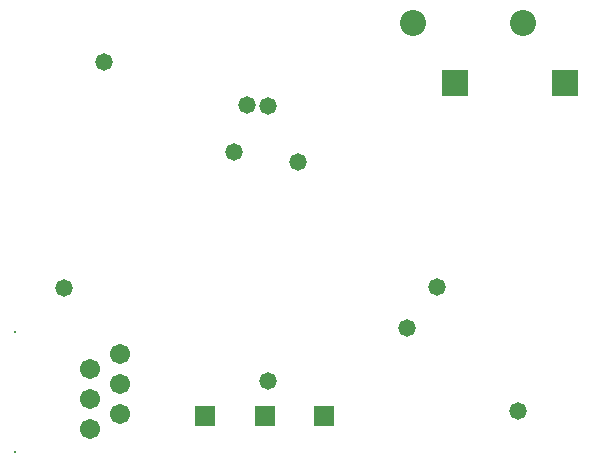
<source format=gbs>
%FSLAX25Y25*%
%MOIN*%
G70*
G01*
G75*
G04 Layer_Color=16711935*
%ADD10R,0.04331X0.03937*%
%ADD11R,0.03937X0.04331*%
%ADD12R,0.05906X0.05118*%
%ADD13R,0.05118X0.05906*%
%ADD14R,0.06614X0.05984*%
%ADD15R,0.05984X0.06614*%
%ADD16R,0.04724X0.04724*%
%ADD17R,0.02756X0.02756*%
%ADD18R,0.04724X0.04724*%
%ADD19R,0.05906X0.01181*%
%ADD20R,0.01181X0.05906*%
%ADD21R,0.22047X0.22047*%
%ADD22R,0.07874X0.04724*%
%ADD23R,0.21654X0.07874*%
%ADD24C,0.01000*%
%ADD25C,0.01969*%
%ADD26C,0.02756*%
%ADD27C,0.03937*%
%ADD28C,0.07874*%
%ADD29R,0.07874X0.07874*%
%ADD30R,0.05906X0.05906*%
%ADD31C,0.05906*%
%ADD32C,0.05000*%
%ADD33C,0.11811*%
%ADD34C,0.00394*%
%ADD35C,0.00787*%
%ADD36R,0.05131X0.04737*%
%ADD37R,0.04737X0.05131*%
%ADD38R,0.06706X0.05918*%
%ADD39R,0.05918X0.06706*%
%ADD40R,0.07414X0.06784*%
%ADD41R,0.06784X0.07414*%
%ADD42R,0.05524X0.05524*%
%ADD43R,0.03556X0.03556*%
%ADD44R,0.05524X0.05524*%
%ADD45R,0.06706X0.01981*%
%ADD46R,0.01981X0.06706*%
%ADD47R,0.22847X0.22847*%
%ADD48R,0.08674X0.05524*%
%ADD49R,0.22453X0.08674*%
%ADD50C,0.08674*%
%ADD51R,0.08674X0.08674*%
%ADD52R,0.06706X0.06706*%
%ADD53C,0.00800*%
%ADD54C,0.06706*%
%ADD55C,0.05800*%
D50*
X201575Y150394D02*
D03*
X164961D02*
D03*
D51*
X215354Y130709D02*
D03*
X178740D02*
D03*
D52*
X95669Y19685D02*
D03*
X115354D02*
D03*
X135039D02*
D03*
D53*
X32283Y7638D02*
D03*
Y47638D02*
D03*
D54*
X57323Y15157D02*
D03*
Y25157D02*
D03*
X67323Y20157D02*
D03*
Y30158D02*
D03*
X57323Y35157D02*
D03*
X67323Y40157D02*
D03*
D55*
X61811Y137402D02*
D03*
X172835Y62598D02*
D03*
X200000Y21260D02*
D03*
X48425Y62205D02*
D03*
X116591Y31157D02*
D03*
X162992Y48819D02*
D03*
X126378Y104331D02*
D03*
X105118Y107480D02*
D03*
X109449Y123228D02*
D03*
X116535Y122835D02*
D03*
M02*

</source>
